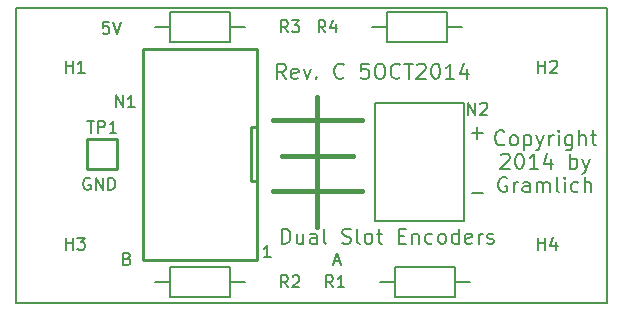
<source format=gto>
%FSLAX36Y36*%
G04 Gerber Fmt 3.6, Leading zero omitted, Abs format (unit inch)*
G04 Created by KiCad (PCBNEW (2014-jul-16 BZR unknown)-product) date Sun 05 Oct 2014 02:29:47 PM PDT*
%MOIN*%
G01*
G04 APERTURE LIST*
%ADD10C,0.003937*%
%ADD11C,0.008000*%
%ADD12C,0.015748*%
%ADD13C,0.007874*%
%ADD14C,0.010000*%
%ADD15C,0.005906*%
G04 APERTURE END LIST*
D10*
D11*
X5494048Y-4553571D02*
X5455952Y-4553571D01*
X5494048Y-4353571D02*
X5455952Y-4353571D01*
X5475000Y-4372619D02*
X5475000Y-4334524D01*
X4246190Y-3983095D02*
X4227143Y-3983095D01*
X4225238Y-4002143D01*
X4227143Y-4000238D01*
X4230952Y-3998333D01*
X4240476Y-3998333D01*
X4244286Y-4000238D01*
X4246190Y-4002143D01*
X4248095Y-4005952D01*
X4248095Y-4015476D01*
X4246190Y-4019286D01*
X4244286Y-4021190D01*
X4240476Y-4023095D01*
X4230952Y-4023095D01*
X4227143Y-4021190D01*
X4225238Y-4019286D01*
X4259524Y-3983095D02*
X4272857Y-4023095D01*
X4286190Y-3983095D01*
X4307857Y-4772143D02*
X4313571Y-4774048D01*
X4315476Y-4775952D01*
X4317381Y-4779762D01*
X4317381Y-4785476D01*
X4315476Y-4789286D01*
X4313571Y-4791190D01*
X4309762Y-4793095D01*
X4294524Y-4793095D01*
X4294524Y-4753095D01*
X4307857Y-4753095D01*
X4311667Y-4755000D01*
X4313571Y-4756905D01*
X4315476Y-4760714D01*
X4315476Y-4764524D01*
X4313571Y-4768333D01*
X4311667Y-4770238D01*
X4307857Y-4772143D01*
X4294524Y-4772143D01*
X4998333Y-4781667D02*
X5017381Y-4781667D01*
X4994524Y-4793095D02*
X5007857Y-4753095D01*
X5021190Y-4793095D01*
X4183571Y-4505000D02*
X4179762Y-4503095D01*
X4174048Y-4503095D01*
X4168333Y-4505000D01*
X4164524Y-4508810D01*
X4162619Y-4512619D01*
X4160714Y-4520238D01*
X4160714Y-4525952D01*
X4162619Y-4533571D01*
X4164524Y-4537381D01*
X4168333Y-4541190D01*
X4174048Y-4543095D01*
X4177857Y-4543095D01*
X4183571Y-4541190D01*
X4185476Y-4539286D01*
X4185476Y-4525952D01*
X4177857Y-4525952D01*
X4202619Y-4543095D02*
X4202619Y-4503095D01*
X4225476Y-4543095D01*
X4225476Y-4503095D01*
X4244524Y-4543095D02*
X4244524Y-4503095D01*
X4254048Y-4503095D01*
X4259762Y-4505000D01*
X4263571Y-4508810D01*
X4265476Y-4512619D01*
X4267381Y-4520238D01*
X4267381Y-4525952D01*
X4265476Y-4533571D01*
X4263571Y-4537381D01*
X4259762Y-4541190D01*
X4254048Y-4543095D01*
X4244524Y-4543095D01*
X4786429Y-4768095D02*
X4763571Y-4768095D01*
X4775000Y-4768095D02*
X4775000Y-4728095D01*
X4771191Y-4733810D01*
X4767381Y-4737619D01*
X4763571Y-4739524D01*
D12*
X4793307Y-4311024D02*
X5088583Y-4311024D01*
D11*
X5564286Y-4389857D02*
X5561905Y-4392238D01*
X5554762Y-4394619D01*
X5550000Y-4394619D01*
X5542857Y-4392238D01*
X5538095Y-4387476D01*
X5535714Y-4382714D01*
X5533333Y-4373190D01*
X5533333Y-4366048D01*
X5535714Y-4356524D01*
X5538095Y-4351762D01*
X5542857Y-4347000D01*
X5550000Y-4344619D01*
X5554762Y-4344619D01*
X5561905Y-4347000D01*
X5564286Y-4349381D01*
X5592857Y-4394619D02*
X5588095Y-4392238D01*
X5585714Y-4389857D01*
X5583333Y-4385095D01*
X5583333Y-4370810D01*
X5585714Y-4366048D01*
X5588095Y-4363667D01*
X5592857Y-4361286D01*
X5600000Y-4361286D01*
X5604762Y-4363667D01*
X5607143Y-4366048D01*
X5609524Y-4370810D01*
X5609524Y-4385095D01*
X5607143Y-4389857D01*
X5604762Y-4392238D01*
X5600000Y-4394619D01*
X5592857Y-4394619D01*
X5630952Y-4361286D02*
X5630952Y-4411286D01*
X5630952Y-4363667D02*
X5635714Y-4361286D01*
X5645238Y-4361286D01*
X5650000Y-4363667D01*
X5652381Y-4366048D01*
X5654762Y-4370810D01*
X5654762Y-4385095D01*
X5652381Y-4389857D01*
X5650000Y-4392238D01*
X5645238Y-4394619D01*
X5635714Y-4394619D01*
X5630952Y-4392238D01*
X5671429Y-4361286D02*
X5683333Y-4394619D01*
X5695238Y-4361286D02*
X5683333Y-4394619D01*
X5678571Y-4406524D01*
X5676191Y-4408905D01*
X5671429Y-4411286D01*
X5714286Y-4394619D02*
X5714286Y-4361286D01*
X5714286Y-4370810D02*
X5716667Y-4366048D01*
X5719048Y-4363667D01*
X5723810Y-4361286D01*
X5728571Y-4361286D01*
X5745238Y-4394619D02*
X5745238Y-4361286D01*
X5745238Y-4344619D02*
X5742857Y-4347000D01*
X5745238Y-4349381D01*
X5747619Y-4347000D01*
X5745238Y-4344619D01*
X5745238Y-4349381D01*
X5790476Y-4361286D02*
X5790476Y-4401762D01*
X5788095Y-4406524D01*
X5785714Y-4408905D01*
X5780952Y-4411286D01*
X5773810Y-4411286D01*
X5769048Y-4408905D01*
X5790476Y-4392238D02*
X5785714Y-4394619D01*
X5776191Y-4394619D01*
X5771429Y-4392238D01*
X5769048Y-4389857D01*
X5766667Y-4385095D01*
X5766667Y-4370810D01*
X5769048Y-4366048D01*
X5771429Y-4363667D01*
X5776191Y-4361286D01*
X5785714Y-4361286D01*
X5790476Y-4363667D01*
X5814286Y-4394619D02*
X5814286Y-4344619D01*
X5835714Y-4394619D02*
X5835714Y-4368429D01*
X5833333Y-4363667D01*
X5828571Y-4361286D01*
X5821429Y-4361286D01*
X5816667Y-4363667D01*
X5814286Y-4366048D01*
X5852381Y-4361286D02*
X5871429Y-4361286D01*
X5859524Y-4344619D02*
X5859524Y-4387476D01*
X5861905Y-4392238D01*
X5866667Y-4394619D01*
X5871429Y-4394619D01*
X5553571Y-4427381D02*
X5555952Y-4425000D01*
X5560714Y-4422619D01*
X5572619Y-4422619D01*
X5577381Y-4425000D01*
X5579762Y-4427381D01*
X5582143Y-4432143D01*
X5582143Y-4436905D01*
X5579762Y-4444048D01*
X5551190Y-4472619D01*
X5582143Y-4472619D01*
X5613095Y-4422619D02*
X5617857Y-4422619D01*
X5622619Y-4425000D01*
X5625000Y-4427381D01*
X5627381Y-4432143D01*
X5629762Y-4441667D01*
X5629762Y-4453571D01*
X5627381Y-4463095D01*
X5625000Y-4467857D01*
X5622619Y-4470238D01*
X5617857Y-4472619D01*
X5613095Y-4472619D01*
X5608333Y-4470238D01*
X5605952Y-4467857D01*
X5603571Y-4463095D01*
X5601190Y-4453571D01*
X5601190Y-4441667D01*
X5603571Y-4432143D01*
X5605952Y-4427381D01*
X5608333Y-4425000D01*
X5613095Y-4422619D01*
X5677381Y-4472619D02*
X5648810Y-4472619D01*
X5663095Y-4472619D02*
X5663095Y-4422619D01*
X5658333Y-4429762D01*
X5653571Y-4434524D01*
X5648810Y-4436905D01*
X5720238Y-4439286D02*
X5720238Y-4472619D01*
X5708333Y-4420238D02*
X5696429Y-4455952D01*
X5727381Y-4455952D01*
X5784524Y-4472619D02*
X5784524Y-4422619D01*
X5784524Y-4441667D02*
X5789286Y-4439286D01*
X5798810Y-4439286D01*
X5803571Y-4441667D01*
X5805952Y-4444048D01*
X5808333Y-4448810D01*
X5808333Y-4463095D01*
X5805952Y-4467857D01*
X5803571Y-4470238D01*
X5798810Y-4472619D01*
X5789286Y-4472619D01*
X5784524Y-4470238D01*
X5825000Y-4439286D02*
X5836905Y-4472619D01*
X5848810Y-4439286D02*
X5836905Y-4472619D01*
X5832143Y-4484524D01*
X5829762Y-4486905D01*
X5825000Y-4489286D01*
X5572619Y-4503000D02*
X5567857Y-4500619D01*
X5560714Y-4500619D01*
X5553571Y-4503000D01*
X5548810Y-4507762D01*
X5546429Y-4512524D01*
X5544048Y-4522048D01*
X5544048Y-4529190D01*
X5546429Y-4538714D01*
X5548810Y-4543476D01*
X5553571Y-4548238D01*
X5560714Y-4550619D01*
X5565476Y-4550619D01*
X5572619Y-4548238D01*
X5575000Y-4545857D01*
X5575000Y-4529190D01*
X5565476Y-4529190D01*
X5596429Y-4550619D02*
X5596429Y-4517286D01*
X5596429Y-4526810D02*
X5598810Y-4522048D01*
X5601190Y-4519667D01*
X5605952Y-4517286D01*
X5610714Y-4517286D01*
X5648810Y-4550619D02*
X5648810Y-4524429D01*
X5646429Y-4519667D01*
X5641667Y-4517286D01*
X5632143Y-4517286D01*
X5627381Y-4519667D01*
X5648810Y-4548238D02*
X5644048Y-4550619D01*
X5632143Y-4550619D01*
X5627381Y-4548238D01*
X5625000Y-4543476D01*
X5625000Y-4538714D01*
X5627381Y-4533952D01*
X5632143Y-4531571D01*
X5644048Y-4531571D01*
X5648810Y-4529190D01*
X5672619Y-4550619D02*
X5672619Y-4517286D01*
X5672619Y-4522048D02*
X5675000Y-4519667D01*
X5679762Y-4517286D01*
X5686905Y-4517286D01*
X5691667Y-4519667D01*
X5694048Y-4524429D01*
X5694048Y-4550619D01*
X5694048Y-4524429D02*
X5696429Y-4519667D01*
X5701190Y-4517286D01*
X5708333Y-4517286D01*
X5713095Y-4519667D01*
X5715476Y-4524429D01*
X5715476Y-4550619D01*
X5746429Y-4550619D02*
X5741667Y-4548238D01*
X5739286Y-4543476D01*
X5739286Y-4500619D01*
X5765476Y-4550619D02*
X5765476Y-4517286D01*
X5765476Y-4500619D02*
X5763095Y-4503000D01*
X5765476Y-4505381D01*
X5767857Y-4503000D01*
X5765476Y-4500619D01*
X5765476Y-4505381D01*
X5810714Y-4548238D02*
X5805952Y-4550619D01*
X5796429Y-4550619D01*
X5791667Y-4548238D01*
X5789286Y-4545857D01*
X5786905Y-4541095D01*
X5786905Y-4526810D01*
X5789286Y-4522048D01*
X5791667Y-4519667D01*
X5796429Y-4517286D01*
X5805952Y-4517286D01*
X5810714Y-4519667D01*
X5832143Y-4550619D02*
X5832143Y-4500619D01*
X5853571Y-4550619D02*
X5853571Y-4524429D01*
X5851190Y-4519667D01*
X5846429Y-4517286D01*
X5839286Y-4517286D01*
X5834524Y-4519667D01*
X5832143Y-4522048D01*
X4835714Y-4172619D02*
X4819048Y-4148810D01*
X4807143Y-4172619D02*
X4807143Y-4122619D01*
X4826190Y-4122619D01*
X4830952Y-4125000D01*
X4833333Y-4127381D01*
X4835714Y-4132143D01*
X4835714Y-4139286D01*
X4833333Y-4144048D01*
X4830952Y-4146429D01*
X4826190Y-4148810D01*
X4807143Y-4148810D01*
X4876190Y-4170238D02*
X4871429Y-4172619D01*
X4861905Y-4172619D01*
X4857143Y-4170238D01*
X4854762Y-4165476D01*
X4854762Y-4146429D01*
X4857143Y-4141667D01*
X4861905Y-4139286D01*
X4871429Y-4139286D01*
X4876190Y-4141667D01*
X4878571Y-4146429D01*
X4878571Y-4151190D01*
X4854762Y-4155952D01*
X4895238Y-4139286D02*
X4907143Y-4172619D01*
X4919048Y-4139286D01*
X4938095Y-4167857D02*
X4940476Y-4170238D01*
X4938095Y-4172619D01*
X4935714Y-4170238D01*
X4938095Y-4167857D01*
X4938095Y-4172619D01*
X5028571Y-4167857D02*
X5026190Y-4170238D01*
X5019048Y-4172619D01*
X5014286Y-4172619D01*
X5007143Y-4170238D01*
X5002381Y-4165476D01*
X5000000Y-4160714D01*
X4997619Y-4151190D01*
X4997619Y-4144048D01*
X5000000Y-4134524D01*
X5002381Y-4129762D01*
X5007143Y-4125000D01*
X5014286Y-4122619D01*
X5019048Y-4122619D01*
X5026190Y-4125000D01*
X5028571Y-4127381D01*
X5111905Y-4122619D02*
X5088095Y-4122619D01*
X5085714Y-4146429D01*
X5088095Y-4144048D01*
X5092857Y-4141667D01*
X5104762Y-4141667D01*
X5109524Y-4144048D01*
X5111905Y-4146429D01*
X5114286Y-4151190D01*
X5114286Y-4163095D01*
X5111905Y-4167857D01*
X5109524Y-4170238D01*
X5104762Y-4172619D01*
X5092857Y-4172619D01*
X5088095Y-4170238D01*
X5085714Y-4167857D01*
X5145238Y-4122619D02*
X5154762Y-4122619D01*
X5159524Y-4125000D01*
X5164286Y-4129762D01*
X5166667Y-4139286D01*
X5166667Y-4155952D01*
X5164286Y-4165476D01*
X5159524Y-4170238D01*
X5154762Y-4172619D01*
X5145238Y-4172619D01*
X5140476Y-4170238D01*
X5135714Y-4165476D01*
X5133333Y-4155952D01*
X5133333Y-4139286D01*
X5135714Y-4129762D01*
X5140476Y-4125000D01*
X5145238Y-4122619D01*
X5216667Y-4167857D02*
X5214286Y-4170238D01*
X5207143Y-4172619D01*
X5202381Y-4172619D01*
X5195238Y-4170238D01*
X5190476Y-4165476D01*
X5188095Y-4160714D01*
X5185714Y-4151190D01*
X5185714Y-4144048D01*
X5188095Y-4134524D01*
X5190476Y-4129762D01*
X5195238Y-4125000D01*
X5202381Y-4122619D01*
X5207143Y-4122619D01*
X5214286Y-4125000D01*
X5216667Y-4127381D01*
X5230952Y-4122619D02*
X5259524Y-4122619D01*
X5245238Y-4172619D02*
X5245238Y-4122619D01*
X5273810Y-4127381D02*
X5276190Y-4125000D01*
X5280952Y-4122619D01*
X5292857Y-4122619D01*
X5297619Y-4125000D01*
X5300000Y-4127381D01*
X5302381Y-4132143D01*
X5302381Y-4136905D01*
X5300000Y-4144048D01*
X5271429Y-4172619D01*
X5302381Y-4172619D01*
X5333333Y-4122619D02*
X5338095Y-4122619D01*
X5342857Y-4125000D01*
X5345238Y-4127381D01*
X5347619Y-4132143D01*
X5350000Y-4141667D01*
X5350000Y-4153571D01*
X5347619Y-4163095D01*
X5345238Y-4167857D01*
X5342857Y-4170238D01*
X5338095Y-4172619D01*
X5333333Y-4172619D01*
X5328571Y-4170238D01*
X5326190Y-4167857D01*
X5323810Y-4163095D01*
X5321429Y-4153571D01*
X5321429Y-4141667D01*
X5323810Y-4132143D01*
X5326190Y-4127381D01*
X5328571Y-4125000D01*
X5333333Y-4122619D01*
X5397619Y-4172619D02*
X5369048Y-4172619D01*
X5383333Y-4172619D02*
X5383333Y-4122619D01*
X5378571Y-4129762D01*
X5373810Y-4134524D01*
X5369048Y-4136905D01*
X5440476Y-4139286D02*
X5440476Y-4172619D01*
X5428571Y-4120238D02*
X5416667Y-4155952D01*
X5447619Y-4155952D01*
X4822619Y-4722619D02*
X4822619Y-4672619D01*
X4834524Y-4672619D01*
X4841667Y-4675000D01*
X4846429Y-4679762D01*
X4848810Y-4684524D01*
X4851190Y-4694048D01*
X4851190Y-4701190D01*
X4848810Y-4710714D01*
X4846429Y-4715476D01*
X4841667Y-4720238D01*
X4834524Y-4722619D01*
X4822619Y-4722619D01*
X4894048Y-4689286D02*
X4894048Y-4722619D01*
X4872619Y-4689286D02*
X4872619Y-4715476D01*
X4875000Y-4720238D01*
X4879762Y-4722619D01*
X4886905Y-4722619D01*
X4891667Y-4720238D01*
X4894048Y-4717857D01*
X4939286Y-4722619D02*
X4939286Y-4696429D01*
X4936905Y-4691667D01*
X4932143Y-4689286D01*
X4922619Y-4689286D01*
X4917857Y-4691667D01*
X4939286Y-4720238D02*
X4934524Y-4722619D01*
X4922619Y-4722619D01*
X4917857Y-4720238D01*
X4915476Y-4715476D01*
X4915476Y-4710714D01*
X4917857Y-4705952D01*
X4922619Y-4703571D01*
X4934524Y-4703571D01*
X4939286Y-4701190D01*
X4970238Y-4722619D02*
X4965476Y-4720238D01*
X4963095Y-4715476D01*
X4963095Y-4672619D01*
X5025000Y-4720238D02*
X5032143Y-4722619D01*
X5044048Y-4722619D01*
X5048810Y-4720238D01*
X5051191Y-4717857D01*
X5053571Y-4713095D01*
X5053571Y-4708333D01*
X5051191Y-4703571D01*
X5048810Y-4701190D01*
X5044048Y-4698810D01*
X5034524Y-4696429D01*
X5029762Y-4694048D01*
X5027381Y-4691667D01*
X5025000Y-4686905D01*
X5025000Y-4682143D01*
X5027381Y-4677381D01*
X5029762Y-4675000D01*
X5034524Y-4672619D01*
X5046429Y-4672619D01*
X5053571Y-4675000D01*
X5082143Y-4722619D02*
X5077381Y-4720238D01*
X5075000Y-4715476D01*
X5075000Y-4672619D01*
X5108333Y-4722619D02*
X5103571Y-4720238D01*
X5101191Y-4717857D01*
X5098810Y-4713095D01*
X5098810Y-4698810D01*
X5101191Y-4694048D01*
X5103571Y-4691667D01*
X5108333Y-4689286D01*
X5115476Y-4689286D01*
X5120238Y-4691667D01*
X5122619Y-4694048D01*
X5125000Y-4698810D01*
X5125000Y-4713095D01*
X5122619Y-4717857D01*
X5120238Y-4720238D01*
X5115476Y-4722619D01*
X5108333Y-4722619D01*
X5139286Y-4689286D02*
X5158333Y-4689286D01*
X5146429Y-4672619D02*
X5146429Y-4715476D01*
X5148810Y-4720238D01*
X5153571Y-4722619D01*
X5158333Y-4722619D01*
X5213095Y-4696429D02*
X5229762Y-4696429D01*
X5236905Y-4722619D02*
X5213095Y-4722619D01*
X5213095Y-4672619D01*
X5236905Y-4672619D01*
X5258333Y-4689286D02*
X5258333Y-4722619D01*
X5258333Y-4694048D02*
X5260714Y-4691667D01*
X5265476Y-4689286D01*
X5272619Y-4689286D01*
X5277381Y-4691667D01*
X5279762Y-4696429D01*
X5279762Y-4722619D01*
X5325000Y-4720238D02*
X5320238Y-4722619D01*
X5310714Y-4722619D01*
X5305952Y-4720238D01*
X5303571Y-4717857D01*
X5301191Y-4713095D01*
X5301191Y-4698810D01*
X5303571Y-4694048D01*
X5305952Y-4691667D01*
X5310714Y-4689286D01*
X5320238Y-4689286D01*
X5325000Y-4691667D01*
X5353571Y-4722619D02*
X5348810Y-4720238D01*
X5346429Y-4717857D01*
X5344048Y-4713095D01*
X5344048Y-4698810D01*
X5346429Y-4694048D01*
X5348810Y-4691667D01*
X5353571Y-4689286D01*
X5360714Y-4689286D01*
X5365476Y-4691667D01*
X5367857Y-4694048D01*
X5370238Y-4698810D01*
X5370238Y-4713095D01*
X5367857Y-4717857D01*
X5365476Y-4720238D01*
X5360714Y-4722619D01*
X5353571Y-4722619D01*
X5413095Y-4722619D02*
X5413095Y-4672619D01*
X5413095Y-4720238D02*
X5408333Y-4722619D01*
X5398810Y-4722619D01*
X5394048Y-4720238D01*
X5391667Y-4717857D01*
X5389286Y-4713095D01*
X5389286Y-4698810D01*
X5391667Y-4694048D01*
X5394048Y-4691667D01*
X5398810Y-4689286D01*
X5408333Y-4689286D01*
X5413095Y-4691667D01*
X5455952Y-4720238D02*
X5451191Y-4722619D01*
X5441667Y-4722619D01*
X5436905Y-4720238D01*
X5434524Y-4715476D01*
X5434524Y-4696429D01*
X5436905Y-4691667D01*
X5441667Y-4689286D01*
X5451191Y-4689286D01*
X5455952Y-4691667D01*
X5458333Y-4696429D01*
X5458333Y-4701190D01*
X5434524Y-4705952D01*
X5479762Y-4722619D02*
X5479762Y-4689286D01*
X5479762Y-4698810D02*
X5482143Y-4694048D01*
X5484524Y-4691667D01*
X5489286Y-4689286D01*
X5494048Y-4689286D01*
X5508333Y-4720238D02*
X5513095Y-4722619D01*
X5522619Y-4722619D01*
X5527381Y-4720238D01*
X5529762Y-4715476D01*
X5529762Y-4713095D01*
X5527381Y-4708333D01*
X5522619Y-4705952D01*
X5515476Y-4705952D01*
X5510714Y-4703571D01*
X5508333Y-4698810D01*
X5508333Y-4696429D01*
X5510714Y-4691667D01*
X5515476Y-4689286D01*
X5522619Y-4689286D01*
X5527381Y-4691667D01*
D12*
X4793307Y-4547244D02*
X5088583Y-4547244D01*
X4940945Y-4232283D02*
X4940945Y-4665354D01*
X4822835Y-4429134D02*
X5059055Y-4429134D01*
D11*
X3937008Y-4921260D02*
X3937008Y-3937008D01*
X5905512Y-4921260D02*
X3937008Y-4921260D01*
X5905512Y-3937008D02*
X5905512Y-4921260D01*
X3937008Y-3937008D02*
X5905512Y-3937008D01*
D13*
X3937008Y-3937008D02*
X5905512Y-3937008D01*
D14*
X4740000Y-4335000D02*
X4720000Y-4335000D01*
X4720000Y-4335000D02*
X4720000Y-4515000D01*
X4720000Y-4515000D02*
X4740000Y-4515000D01*
X4360000Y-4775787D02*
X4360000Y-4074213D01*
X4360000Y-4074213D02*
X4740000Y-4074213D01*
X4740000Y-4074213D02*
X4740000Y-4775787D01*
X4740000Y-4775787D02*
X4360000Y-4775787D01*
D15*
X5200000Y-4850000D02*
X5150000Y-4850000D01*
X5400000Y-4850000D02*
X5450000Y-4850000D01*
X5400000Y-4900000D02*
X5400000Y-4800000D01*
X5400000Y-4800000D02*
X5200000Y-4800000D01*
X5200000Y-4800000D02*
X5200000Y-4900000D01*
X5200000Y-4900000D02*
X5400000Y-4900000D01*
X4450000Y-4850000D02*
X4400000Y-4850000D01*
X4650000Y-4850000D02*
X4700000Y-4850000D01*
X4650000Y-4900000D02*
X4650000Y-4800000D01*
X4650000Y-4800000D02*
X4450000Y-4800000D01*
X4450000Y-4800000D02*
X4450000Y-4900000D01*
X4450000Y-4900000D02*
X4650000Y-4900000D01*
X4450000Y-4000000D02*
X4400000Y-4000000D01*
X4650000Y-4000000D02*
X4700000Y-4000000D01*
X4650000Y-4050000D02*
X4650000Y-3950000D01*
X4650000Y-3950000D02*
X4450000Y-3950000D01*
X4450000Y-3950000D02*
X4450000Y-4050000D01*
X4450000Y-4050000D02*
X4650000Y-4050000D01*
X5175000Y-4000000D02*
X5125000Y-4000000D01*
X5375000Y-4000000D02*
X5425000Y-4000000D01*
X5375000Y-4050000D02*
X5375000Y-3950000D01*
X5375000Y-3950000D02*
X5175000Y-3950000D01*
X5175000Y-3950000D02*
X5175000Y-4050000D01*
X5175000Y-4050000D02*
X5375000Y-4050000D01*
D14*
X4175000Y-4375000D02*
X4175000Y-4475000D01*
X4175000Y-4475000D02*
X4275000Y-4475000D01*
X4275000Y-4475000D02*
X4275000Y-4375000D01*
X4275000Y-4375000D02*
X4175000Y-4375000D01*
D11*
X5134646Y-4646850D02*
X5429921Y-4646850D01*
X5429921Y-4646850D02*
X5429921Y-4253150D01*
X5429921Y-4253150D02*
X5134646Y-4253150D01*
X5134646Y-4253150D02*
X5134646Y-4646850D01*
X4103382Y-4151954D02*
X4103382Y-4111954D01*
X4103382Y-4131001D02*
X4126239Y-4131001D01*
X4126239Y-4151954D02*
X4126239Y-4111954D01*
X4166239Y-4151954D02*
X4143382Y-4151954D01*
X4154811Y-4151954D02*
X4154811Y-4111954D01*
X4151001Y-4117668D01*
X4147192Y-4121477D01*
X4143382Y-4123382D01*
X5678185Y-4151954D02*
X5678185Y-4111954D01*
X5678185Y-4131001D02*
X5701042Y-4131001D01*
X5701042Y-4151954D02*
X5701042Y-4111954D01*
X5718185Y-4115763D02*
X5720090Y-4113858D01*
X5723900Y-4111954D01*
X5733423Y-4111954D01*
X5737233Y-4113858D01*
X5739138Y-4115763D01*
X5741042Y-4119573D01*
X5741042Y-4123382D01*
X5739138Y-4129096D01*
X5716280Y-4151954D01*
X5741042Y-4151954D01*
X4103382Y-4742505D02*
X4103382Y-4702505D01*
X4103382Y-4721552D02*
X4126239Y-4721552D01*
X4126239Y-4742505D02*
X4126239Y-4702505D01*
X4141477Y-4702505D02*
X4166239Y-4702505D01*
X4152906Y-4717743D01*
X4158620Y-4717743D01*
X4162430Y-4719648D01*
X4164334Y-4721552D01*
X4166239Y-4725362D01*
X4166239Y-4734886D01*
X4164334Y-4738695D01*
X4162430Y-4740600D01*
X4158620Y-4742505D01*
X4147192Y-4742505D01*
X4143382Y-4740600D01*
X4141477Y-4738695D01*
X5678185Y-4742505D02*
X5678185Y-4702505D01*
X5678185Y-4721552D02*
X5701042Y-4721552D01*
X5701042Y-4742505D02*
X5701042Y-4702505D01*
X5737233Y-4715838D02*
X5737233Y-4742505D01*
X5727709Y-4700600D02*
X5718185Y-4729171D01*
X5742947Y-4729171D01*
X4269524Y-4268095D02*
X4269524Y-4228095D01*
X4292381Y-4268095D01*
X4292381Y-4228095D01*
X4332381Y-4268095D02*
X4309524Y-4268095D01*
X4320952Y-4268095D02*
X4320952Y-4228095D01*
X4317143Y-4233810D01*
X4313333Y-4237619D01*
X4309524Y-4239524D01*
X4993333Y-4868095D02*
X4980000Y-4849048D01*
X4970476Y-4868095D02*
X4970476Y-4828095D01*
X4985714Y-4828095D01*
X4989524Y-4830000D01*
X4991429Y-4831905D01*
X4993333Y-4835714D01*
X4993333Y-4841429D01*
X4991429Y-4845238D01*
X4989524Y-4847143D01*
X4985714Y-4849048D01*
X4970476Y-4849048D01*
X5031429Y-4868095D02*
X5008571Y-4868095D01*
X5020000Y-4868095D02*
X5020000Y-4828095D01*
X5016191Y-4833810D01*
X5012381Y-4837619D01*
X5008571Y-4839524D01*
X4843333Y-4868095D02*
X4830000Y-4849048D01*
X4820476Y-4868095D02*
X4820476Y-4828095D01*
X4835714Y-4828095D01*
X4839524Y-4830000D01*
X4841429Y-4831905D01*
X4843333Y-4835714D01*
X4843333Y-4841429D01*
X4841429Y-4845238D01*
X4839524Y-4847143D01*
X4835714Y-4849048D01*
X4820476Y-4849048D01*
X4858571Y-4831905D02*
X4860476Y-4830000D01*
X4864286Y-4828095D01*
X4873810Y-4828095D01*
X4877619Y-4830000D01*
X4879524Y-4831905D01*
X4881429Y-4835714D01*
X4881429Y-4839524D01*
X4879524Y-4845238D01*
X4856667Y-4868095D01*
X4881429Y-4868095D01*
X4843333Y-4018095D02*
X4830000Y-3999048D01*
X4820476Y-4018095D02*
X4820476Y-3978095D01*
X4835714Y-3978095D01*
X4839524Y-3980000D01*
X4841429Y-3981905D01*
X4843333Y-3985714D01*
X4843333Y-3991429D01*
X4841429Y-3995238D01*
X4839524Y-3997143D01*
X4835714Y-3999048D01*
X4820476Y-3999048D01*
X4856667Y-3978095D02*
X4881429Y-3978095D01*
X4868095Y-3993333D01*
X4873810Y-3993333D01*
X4877619Y-3995238D01*
X4879524Y-3997143D01*
X4881429Y-4000952D01*
X4881429Y-4010476D01*
X4879524Y-4014286D01*
X4877619Y-4016190D01*
X4873810Y-4018095D01*
X4862381Y-4018095D01*
X4858571Y-4016190D01*
X4856667Y-4014286D01*
X4968333Y-4018095D02*
X4955000Y-3999048D01*
X4945476Y-4018095D02*
X4945476Y-3978095D01*
X4960714Y-3978095D01*
X4964524Y-3980000D01*
X4966429Y-3981905D01*
X4968333Y-3985714D01*
X4968333Y-3991429D01*
X4966429Y-3995238D01*
X4964524Y-3997143D01*
X4960714Y-3999048D01*
X4945476Y-3999048D01*
X5002619Y-3991429D02*
X5002619Y-4018095D01*
X4993095Y-3976190D02*
X4983571Y-4004762D01*
X5008333Y-4004762D01*
X4174524Y-4313095D02*
X4197381Y-4313095D01*
X4185952Y-4353095D02*
X4185952Y-4313095D01*
X4210714Y-4353095D02*
X4210714Y-4313095D01*
X4225952Y-4313095D01*
X4229762Y-4315000D01*
X4231667Y-4316905D01*
X4233571Y-4320714D01*
X4233571Y-4326429D01*
X4231667Y-4330238D01*
X4229762Y-4332143D01*
X4225952Y-4334048D01*
X4210714Y-4334048D01*
X4271667Y-4353095D02*
X4248810Y-4353095D01*
X4260238Y-4353095D02*
X4260238Y-4313095D01*
X4256429Y-4318810D01*
X4252619Y-4322619D01*
X4248810Y-4324524D01*
X5444524Y-4293095D02*
X5444524Y-4253095D01*
X5467381Y-4293095D01*
X5467381Y-4253095D01*
X5484524Y-4256905D02*
X5486429Y-4255000D01*
X5490238Y-4253095D01*
X5499762Y-4253095D01*
X5503571Y-4255000D01*
X5505476Y-4256905D01*
X5507381Y-4260714D01*
X5507381Y-4264524D01*
X5505476Y-4270238D01*
X5482619Y-4293095D01*
X5507381Y-4293095D01*
M02*

</source>
